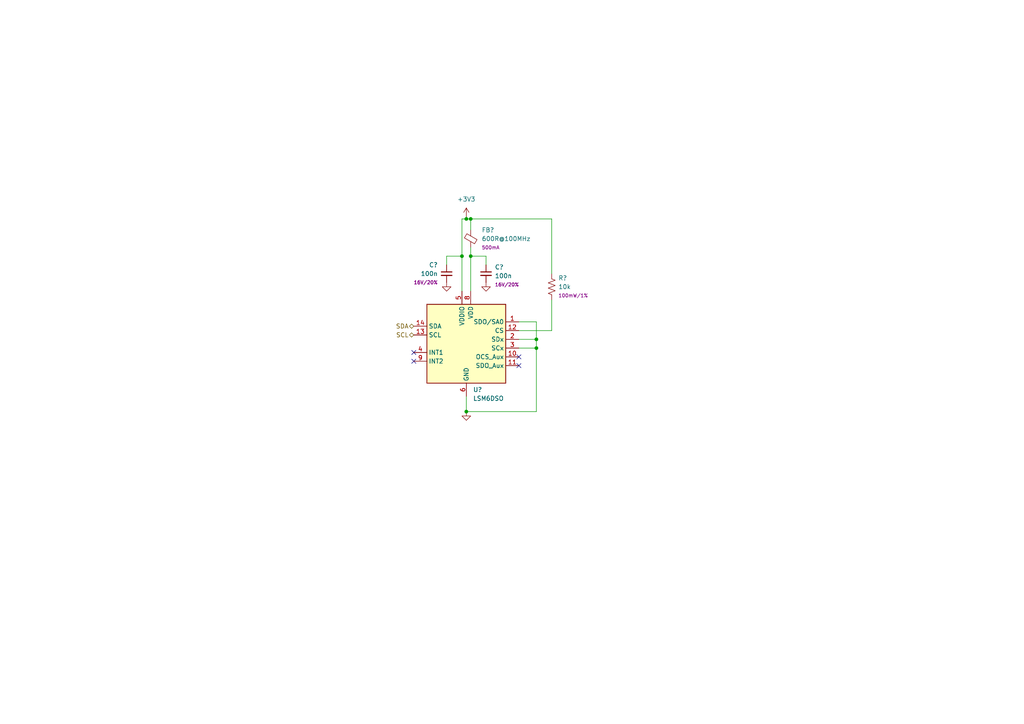
<source format=kicad_sch>
(kicad_sch (version 20230121) (generator eeschema)
  (paper "A4")
  (lib_symbols
    (symbol "Device:C_Small" (pin_numbers hide) (pin_names (offset 0.254) hide)
      (property "Reference" "C" (at 0.254 1.778 0))
      (property "Value" "C_Small" (at 0.254 -2.032 0))
      (symbol "C_Small_0_1"
        (polyline (pts (xy -1.524 -0.508) (xy 1.524 -0.508)) (stroke (width 0.3302)))
        (polyline (pts (xy -1.524 0.508) (xy 1.524 0.508)) (stroke (width 0.3048)))
      )
      (symbol "C_Small_1_1"
        (pin passive line (at 0 2.54 270) (length 2.032) (name "~") (number "1"))
        (pin passive line (at 0 -2.54 90) (length 2.032) (name "~") (number "2"))
      )
    )
    (symbol "Device:FerriteBead_Small" (pin_numbers hide) (pin_names (offset 0))
      (property "Reference" "FB" (at 1.905 1.27 0))
      (property "Value" "FerriteBead_Small" (at 1.905 -1.27 0))
      (symbol "FerriteBead_Small_0_1"
        (polyline (pts (xy 0 -1.27) (xy 0 -0.7874)))
        (polyline (pts (xy 0 0.889) (xy 0 1.2954)))
        (polyline (pts (xy -1.8288 0.2794) (xy -1.1176 1.4986) (xy 1.8288 -0.2032) (xy 1.1176 -1.4224) (xy -1.8288 0.2794)))
      )
      (symbol "FerriteBead_Small_1_1"
        (pin passive line (at 0 2.54 270) (length 1.27) (name "~") (number "1"))
        (pin passive line (at 0 -2.54 90) (length 1.27) (name "~") (number "2"))
      )
    )
    (symbol "Device:R_US" (pin_numbers hide) (pin_names (offset 0))
      (property "Reference" "R" (at 2.54 0 90))
      (property "Value" "R_US" (at -2.54 0 90))
      (symbol "R_US_0_1"
        (polyline (pts (xy 0 -2.286) (xy 0 -2.54)))
        (polyline (pts (xy 0 2.286) (xy 0 2.54)))
        (polyline (pts (xy 0 -0.762) (xy 1.016 -1.143) (xy 0 -1.524) (xy -1.016 -1.905) (xy 0 -2.286)))
        (polyline (pts (xy 0 0.762) (xy 1.016 0.381) (xy 0 0) (xy -1.016 -0.381) (xy 0 -0.762)))
        (polyline (pts (xy 0 2.286) (xy 1.016 1.905) (xy 0 1.524) (xy -1.016 1.143) (xy 0 0.762)))
      )
      (symbol "R_US_1_1"
        (pin passive line (at 0 3.81 270) (length 1.27) (name "~") (number "1"))
        (pin passive line (at 0 -3.81 90) (length 1.27) (name "~") (number "2"))
      )
    )
    (symbol "power:+3V3" (power) (pin_names (offset 0))
      (property "Value" "+3V3" (at 0 3.556 0))
      (symbol "+3V3_0_1"
        (polyline (pts (xy -0.762 1.27) (xy 0 2.54)))
        (polyline (pts (xy 0 0) (xy 0 2.54)))
        (polyline (pts (xy 0 2.54) (xy 0.762 1.27)))
      )
      (symbol "+3V3_1_1"
        (pin power_in line (at 0 0 90) (length 0) hide (name "+3V3") (number "1"))
      )
    )
    (symbol "power:GND" (power) (pin_names (offset 0))
      (property "Value" "GND" (at 0 -3.81 0))
      (symbol "GND_0_1"
        (polyline (pts (xy 0 0) (xy 0 -1.27) (xy 1.27 -1.27) (xy 0 -2.54) (xy -1.27 -1.27) (xy 0 -1.27)))
      )
      (symbol "GND_1_1"
        (pin power_in line (at 0 0 270) (length 0) hide (name "GND") (number "1"))
      )
    )
    (symbol "winterbloom:LSM6DSO"
      (property "Reference" "U" (at 2.54 14.605 0))
      (property "Value" "LSM6DSO\n" (at 2.54 12.065 0))
      (symbol "LSM6DSO_0_1"
        (rectangle (start -11.43 11.43) (end 11.43 -11.43) (stroke (width 0.254)) (fill (type background)))
      )
      (symbol "LSM6DSO_1_1"
        (pin bidirectional line (at 15.24 6.35 180) (length 3.81) (name "SDO/SA0") (number "1"))
        (pin passive line (at 15.24 -3.81 180) (length 3.81) (name "OCS_Aux") (number "10"))
        (pin bidirectional line (at 15.24 -6.35 180) (length 3.81) (name "SDO_Aux") (number "11"))
        (pin input line (at 15.24 3.81 180) (length 3.81) (name "CS") (number "12"))
        (pin input line (at -15.24 2.54 0) (length 3.81) (name "SCL") (number "13"))
        (pin bidirectional line (at -15.24 5.08 0) (length 3.81) (name "SDA") (number "14"))
        (pin bidirectional line (at 15.24 1.27 180) (length 3.81) (name "SDx") (number "2"))
        (pin input line (at 15.24 -1.27 180) (length 3.81) (name "SCx") (number "3"))
        (pin output line (at -15.24 -2.54 0) (length 3.81) (name "INT1") (number "4"))
        (pin power_in line (at -1.27 15.24 270) (length 3.81) (name "VDDIO") (number "5"))
        (pin power_in line (at 0 -15.24 90) (length 3.81) (name "GND") (number "6"))
        (pin passive line (at 0 -15.24 90) (length 3.81) hide (name "GND") (number "7"))
        (pin power_in line (at 1.27 15.24 270) (length 3.81) (name "VDD") (number "8"))
        (pin output line (at -15.24 -5.08 0) (length 3.81) (name "INT2") (number "9"))
      )
    )
  )
  (junction (at 135.255 63.5))
  (junction (at 136.525 74.295))
  (junction (at 133.985 74.295))
  (junction (at 136.525 63.5))
  (junction (at 155.575 98.425))
  (junction (at 155.575 100.965))
  (junction (at 135.255 119.38))
  (no_connect (at 150.495 106.045))
  (no_connect (at 150.495 103.505))
  (no_connect (at 120.015 102.235))
  (no_connect (at 120.015 104.775))
  (wire (pts (xy 160.02 95.885) (xy 160.02 86.995)))
  (wire (pts (xy 150.495 95.885) (xy 160.02 95.885)))
  (wire (pts (xy 135.255 114.935) (xy 135.255 119.38)))
  (wire (pts (xy 135.255 63.5) (xy 136.525 63.5)))
  (wire (pts (xy 135.255 62.865) (xy 135.255 63.5)))
  (wire (pts (xy 133.985 63.5) (xy 133.985 74.295)))
  (wire (pts (xy 136.525 71.755) (xy 136.525 74.295)))
  (wire (pts (xy 155.575 100.965) (xy 155.575 119.38)))
  (wire (pts (xy 155.575 93.345) (xy 155.575 98.425)))
  (wire (pts (xy 160.02 63.5) (xy 136.525 63.5)))
  (wire (pts (xy 150.495 100.965) (xy 155.575 100.965)))
  (wire (pts (xy 155.575 98.425) (xy 155.575 100.965)))
  (wire (pts (xy 150.495 98.425) (xy 155.575 98.425)))
  (wire (pts (xy 140.97 76.835) (xy 140.97 74.295)))
  (wire (pts (xy 140.97 74.295) (xy 136.525 74.295)))
  (wire (pts (xy 133.985 63.5) (xy 135.255 63.5)))
  (wire (pts (xy 150.495 93.345) (xy 155.575 93.345)))
  (wire (pts (xy 160.02 79.375) (xy 160.02 63.5)))
  (wire (pts (xy 136.525 74.295) (xy 136.525 84.455)))
  (wire (pts (xy 133.985 84.455) (xy 133.985 74.295)))
  (wire (pts (xy 133.985 74.295) (xy 129.54 74.295)))
  (wire (pts (xy 136.525 63.5) (xy 136.525 66.675)))
  (wire (pts (xy 155.575 119.38) (xy 135.255 119.38)))
  (wire (pts (xy 129.54 74.295) (xy 129.54 76.835)))
  (hierarchical_label "SDA" (shape bidirectional) (at 120.015 94.615 180))
  (hierarchical_label "SCL" (shape bidirectional) (at 120.015 97.155 180))
  (symbol (lib_id "winterbloom:LSM6DSO") (at 135.255 99.695 0) (unit 1)
    (property "Reference" "U?" (at 137.2109 113.03 0) (effects (justify left)))
    (property "Value" "LSM6DSO\n" (at 137.2109 115.57 0) (effects (justify left)))
    (property "Footprint" "Package_LGA:LGA-14_3x2.5mm_P0.5mm_LayoutBorder3x4y" (effects hide))
    (property "Datasheet" "https://www.st.com/resource/en/datasheet/lsm6dso.pdf" (effects hide))
    (instances (project "board" (path "" (reference "U?") (unit 1)) (path "" (reference "U8") (unit 1))))
  )
  (symbol (lib_id "Device:FerriteBead_Small") (at 136.525 69.215 180) (unit 1)
    (property "Reference" "FB?" (at 139.7 66.7131 0) (effects (justify right)))
    (property "Value" "600R@100MHz" (at 139.7 69.2531 0) (effects (justify right)))
    (property "Footprint" "winterbloom:L_0603_HandSolder" (effects hide))
    (property "MPN" "742792651" (effects hide))
    (property "Notes" "Power filter" (effects hide))
    (property "Rating" "500mA" (at 139.7 71.7931 0) (effects (font (size 1 1)) (justify right)))
    (instances (project "mainboard" (path "" (reference "FB?") (unit 1))) (project "board" (path "" (reference "FB?") (unit 1)) (path "" (reference "FB?") (unit 1)) (path "" (reference "FB5") (unit 1))))
  )
  (symbol (lib_id "Device:C_Small") (at 140.97 79.375 0) (unit 1)
    (property "Reference" "C?" (at 143.51 77.4762 0) (effects (justify left)))
    (property "Value" "100n" (at 143.51 80.0162 0) (effects (justify left)))
    (property "Footprint" "winterbloom:C_0603_HandSolder" (effects hide))
    (property "MPN" "CL05B104KO5NNNC" (effects hide))
    (property "Notes" "Bypass" (effects hide))
    (property "MacroFab MPN" "MF-CAP-0402-0.1uF" (effects hide))
    (property "Rating" "16V/20%" (at 143.51 82.5563 0) (effects (font (size 1 1)) (justify left)))
    (instances (project "mainboard" (path "" (reference "C?") (unit 1)) (path "" (reference "C?") (unit 1))) (project "board" (path "" (reference "C?") (unit 1)) (path "" (reference "C27") (unit 1))))
  )
  (symbol (lib_id "power:+3V3") (at 135.255 62.865 0) (unit 1)
    (property "Reference" "#PWR0158" (effects hide))
    (property "Value" "+3V3" (at 135.255 57.785 0))
  )
  (symbol (lib_id "Device:R_US") (at 160.02 83.185 0) (unit 1)
    (property "Reference" "R?" (at 161.925 80.645 0) (effects (justify left)))
    (property "Value" "10k" (at 161.925 83.185 0) (effects (justify left)))
    (property "Footprint" "winterbloom:R_0603_HandSolder" (effects hide))
    (property "MPN" "ERJ-2RKF2201X" (effects hide))
    (property "Notes" "-10V zener current control" (effects hide))
    (property "MacroFab MPN" "MF-RES-0402-2K" (effects hide))
    (property "Rating" "100mW/1%" (at 161.925 85.725 0) (effects (font (size 1 1)) (justify left)))
    (instances (project "mainboard" (path "" (reference "R?") (unit 1))) (project "board" (path "" (reference "R?") (unit 1)) (path "" (reference "R?") (unit 1)) (path "" (reference "R25") (unit 1))))
  )
  (symbol (lib_id "power:GND") (at 129.54 81.915 0) (unit 1)
    (property "Reference" "#PWR0156" (effects hide))
    (property "Value" "GND" (effects hide))
  )
  (symbol (lib_id "Device:C_Small") (at 129.54 79.375 0) (unit 1)
    (property "Reference" "C?" (at 127 76.8413 0) (effects (justify right)))
    (property "Value" "100n" (at 127 79.3813 0) (effects (justify right)))
    (property "Footprint" "winterbloom:C_0603_HandSolder" (effects hide))
    (property "MPN" "CL05B104KO5NNNC" (effects hide))
    (property "Notes" "Bypass" (effects hide))
    (property "MacroFab MPN" "MF-CAP-0402-0.1uF" (effects hide))
    (property "Rating" "16V/20%" (at 127 81.9213 0) (effects (font (size 1 1)) (justify right)))
    (instances (project "mainboard" (path "" (reference "C?") (unit 1)) (path "" (reference "C?") (unit 1))) (project "board" (path "" (reference "C?") (unit 1)) (path "" (reference "C26") (unit 1))))
  )
  (symbol (lib_id "power:GND") (at 135.255 119.38 0) (unit 1)
    (property "Reference" "#PWR0155" (effects hide))
    (property "Value" "GND" (effects hide))
  )
  (symbol (lib_id "power:GND") (at 140.97 81.915 0) (unit 1)
    (property "Reference" "#PWR0157" (effects hide))
    (property "Value" "GND" (effects hide))
  )
)
</source>
